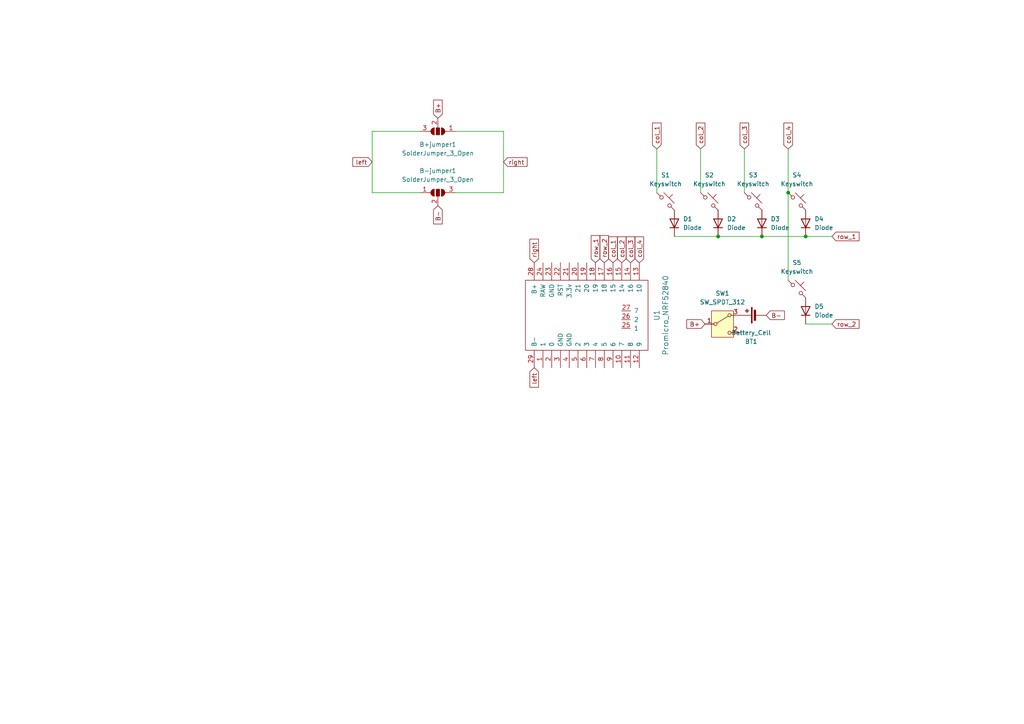
<source format=kicad_sch>
(kicad_sch (version 20250114) (generator "eeschema") (generator_version "9.0")
  (paper "A4")
  (lib_symbols
    (symbol "Device:Battery_Cell" (pin_numbers (hide yes)) (pin_names (offset 0) (hide yes))
      (property "Reference" "BT" (at 2.54 2.54 0))
      (property "Value" "Battery_Cell" (at 2.54 0 0))
      (symbol "Battery_Cell_0_1"
        (rectangle (start -2.286 1.778) (end 2.286 1.524) (fill (type outline)))
        (rectangle (start -1.524 1.016) (end 1.524 0.508) (fill (type outline)))
        (polyline (pts (xy 0 1.778) (xy 0 2.54)))
        (polyline (pts (xy 0 0.762) (xy 0 0)))
        (polyline (pts (xy 0.762 3.048) (xy 1.778 3.048)) (stroke (width 0.254)))
        (polyline (pts (xy 1.27 3.556) (xy 1.27 2.54)) (stroke (width 0.254)))
      )
      (symbol "Battery_Cell_1_1"
        (pin passive line (at 0 5.08 270) (length 2.54) (name "+") (number "1"))
        (pin passive line (at 0 -2.54 90) (length 2.54) (name "-") (number "2"))
      )
    )
    (symbol "Jumper:SolderJumper_3_Open" (pin_names (offset 0) (hide yes)) (in_bom no)
      (property "Reference" "JP" (at -2.54 -2.54 0))
      (property "Value" "SolderJumper_3_Open" (at 0 2.794 0))
      (symbol "SolderJumper_3_Open_0_1"
        (polyline (pts (xy -2.54 0) (xy -2.032 0)))
        (polyline (pts (xy -1.016 1.016) (xy -1.016 -1.016)))
        (arc (start -1.016 -1.016) (mid -2.0276 0) (end -1.016 1.016))
        (arc (start -1.016 -1.016) (mid -2.0276 0) (end -1.016 1.016) (fill (type outline)))
        (rectangle (start -0.508 1.016) (end 0.508 -1.016) (fill (type outline)))
        (polyline (pts (xy 0 -1.27) (xy 0 -1.016)))
        (arc (start 1.016 1.016) (mid 2.0276 0) (end 1.016 -1.016))
        (arc (start 1.016 1.016) (mid 2.0276 0) (end 1.016 -1.016) (fill (type outline)))
        (polyline (pts (xy 1.016 1.016) (xy 1.016 -1.016)))
        (polyline (pts (xy 2.54 0) (xy 2.032 0)))
      )
      (symbol "SolderJumper_3_Open_1_1"
        (pin passive line (at -5.08 0 0) (length 2.54) (name "A") (number "1"))
        (pin passive line (at 0 -3.81 90) (length 2.54) (name "C") (number "2"))
        (pin passive line (at 5.08 0 180) (length 2.54) (name "B") (number "3"))
      )
    )
    (symbol "Lander03xD:MCU_promicro_nrf52840" (pin_names (offset 1.016))
      (property "Reference" "U" (at 0 0 0))
      (property "Value" "Promicro_NRF52840" (at 0 -20.32 0))
      (symbol "MCU_promicro_nrf52840_0_1"
        (rectangle (start -10.16 17.78) (end 10.16 -17.78))
      )
      (symbol "MCU_promicro_nrf52840_1_1"
        (pin input line (at -15.24 15.24 0) (length 5.08) (name "B-") (number "29"))
        (pin input line (at -15.24 12.7 0) (length 5.08) (name "1") (number "1"))
        (pin input line (at -15.24 10.16 0) (length 5.08) (name "0") (number "2"))
        (pin input line (at -15.24 7.62 0) (length 5.08) (name "GND") (number "3"))
        (pin input line (at -15.24 5.08 0) (length 5.08) (name "GND") (number "4"))
        (pin input line (at -15.24 2.54 0) (length 5.08) (name "2") (number "5"))
        (pin input line (at -15.24 0 0) (length 5.08) (name "3") (number "6"))
        (pin input line (at -15.24 -2.54 0) (length 5.08) (name "4") (number "7"))
        (pin input line (at -15.24 -5.08 0) (length 5.08) (name "5") (number "8"))
        (pin input line (at -15.24 -7.62 0) (length 5.08) (name "6") (number "9"))
        (pin input line (at -15.24 -10.16 0) (length 5.08) (name "7") (number "10"))
        (pin input line (at -15.24 -12.7 0) (length 5.08) (name "8") (number "11"))
        (pin input line (at -15.24 -15.24 0) (length 5.08) (name "9") (number "12"))
        (pin input line (at -3.81 -10.16 270) (length 2.5) (name "1") (number "25"))
        (pin input line (at -1.27 -10.16 270) (length 2.5) (name "2") (number "26"))
        (pin input line (at 1.27 -10.16 270) (length 2.5) (name "7") (number "27"))
        (pin input line (at 15.24 15.24 180) (length 5.08) (name "B+") (number "28"))
        (pin input line (at 15.24 12.7 180) (length 5.08) (name "RAW") (number "24"))
        (pin input line (at 15.24 10.16 180) (length 5.08) (name "GND") (number "23"))
        (pin input line (at 15.24 7.62 180) (length 5.08) (name "RST") (number "22"))
        (pin input line (at 15.24 5.08 180) (length 5.08) (name "3.3v") (number "21"))
        (pin input line (at 15.24 2.54 180) (length 5.08) (name "21") (number "20"))
        (pin input line (at 15.24 0 180) (length 5.08) (name "20") (number "19"))
        (pin input line (at 15.24 -2.54 180) (length 5.08) (name "19") (number "18"))
        (pin input line (at 15.24 -5.08 180) (length 5.08) (name "18") (number "17"))
        (pin input line (at 15.24 -7.62 180) (length 5.08) (name "15") (number "16"))
        (pin input line (at 15.24 -10.16 180) (length 5.08) (name "14") (number "15"))
        (pin input line (at 15.24 -12.7 180) (length 5.08) (name "16") (number "14"))
        (pin input line (at 15.24 -15.24 180) (length 5.08) (name "10") (number "13"))
      )
    )
    (symbol "ScottoKeebs:Placeholder_Diode" (pin_numbers (hide yes)) (pin_names (hide yes))
      (property "Reference" "D" (at 0 2.54 0))
      (property "Value" "Diode" (at 0 -2.54 0))
      (symbol "Placeholder_Diode_0_1"
        (polyline (pts (xy -1.27 1.27) (xy -1.27 -1.27)) (stroke (width 0.254)))
        (polyline (pts (xy 1.27 1.27) (xy 1.27 -1.27) (xy -1.27 0) (xy 1.27 1.27)) (stroke (width 0.254)))
        (polyline (pts (xy 1.27 0) (xy -1.27 0)))
      )
      (symbol "Placeholder_Diode_1_1"
        (pin passive line (at -3.81 0 0) (length 2.54) (name "K") (number "1"))
        (pin passive line (at 3.81 0 180) (length 2.54) (name "A") (number "2"))
      )
    )
    (symbol "ScottoKeebs:Placeholder_Keyswitch" (pin_numbers (hide yes)) (pin_names (offset 1.016) (hide yes))
      (property "Reference" "S" (at 3.048 1.016 0))
      (property "Value" "Keyswitch" (at 0 -3.81 0))
      (symbol "Placeholder_Keyswitch_0_1"
        (polyline (pts (xy -2.54 2.54) (xy -1.524 1.524) (xy -1.524 1.524)))
        (circle (center -1.1684 1.1684) (radius 0.508))
        (polyline (pts (xy -0.508 2.54) (xy 2.54 -0.508)))
        (polyline (pts (xy 1.016 1.016) (xy 2.032 2.032)))
        (circle (center 1.143 -1.1938) (radius 0.508))
        (polyline (pts (xy 1.524 -1.524) (xy 2.54 -2.54) (xy 2.54 -2.54) (xy 2.54 -2.54)))
        (pin passive line (at -2.54 2.54 0) (length 0) (name "1") (number "1"))
        (pin passive line (at 2.54 -2.54 180) (length 0) (name "2") (number "2"))
      )
    )
    (symbol "Switch:SW_SPDT_312" (pin_names (offset 1) (hide yes))
      (property "Reference" "SW" (at 0 5.08 0))
      (property "Value" "SW_SPDT_312" (at 0 -5.08 0))
      (symbol "SW_SPDT_312_0_1"
        (circle (center -2.032 0) (radius 0.4572))
        (polyline (pts (xy -1.651 0.254) (xy 1.651 2.286)))
        (circle (center 2.032 2.54) (radius 0.4572))
        (circle (center 2.032 -2.54) (radius 0.4572))
      )
      (symbol "SW_SPDT_312_1_1"
        (rectangle (start -3.175 3.81) (end 3.175 -3.81) (fill (type background)))
        (pin passive line (at -5.08 0 0) (length 2.54) (name "B") (number "1"))
        (pin passive line (at 5.08 2.54 180) (length 2.54) (name "A") (number "3"))
        (pin passive line (at 5.08 -2.54 180) (length 2.54) (name "C") (number "2"))
      )
    )
  )
  (junction (at 233.68 68.58))
  (junction (at 220.98 68.58))
  (junction (at 228.6 55.88))
  (junction (at 208.28 68.58))
  (wire (pts (xy 146.05 55.88) (xy 132.08 55.88)))
  (wire (pts (xy 208.28 68.58) (xy 220.98 68.58)))
  (wire (pts (xy 203.2 43.18) (xy 203.2 55.88)))
  (wire (pts (xy 228.6 43.18) (xy 228.6 55.88)))
  (wire (pts (xy 146.05 55.88) (xy 146.05 38.1)))
  (wire (pts (xy 220.98 68.58) (xy 233.68 68.58)))
  (wire (pts (xy 233.68 68.58) (xy 241.3 68.58)))
  (wire (pts (xy 195.58 68.58) (xy 208.28 68.58)))
  (wire (pts (xy 228.6 55.88) (xy 228.6 81.28)))
  (wire (pts (xy 233.68 93.98) (xy 241.3 93.98)))
  (wire (pts (xy 132.08 38.1) (xy 146.05 38.1)))
  (wire (pts (xy 215.9 43.18) (xy 215.9 55.88)))
  (wire (pts (xy 107.95 38.1) (xy 121.92 38.1)))
  (wire (pts (xy 121.92 55.88) (xy 107.95 55.88)))
  (wire (pts (xy 107.95 38.1) (xy 107.95 55.88)))
  (wire (pts (xy 190.5 43.18) (xy 190.5 55.88)))
  (global_label "col_4" (shape input) (at 228.6 43.18 90) (property "Intersheetrefs" "${INTERSHEET_REFS}" (effects (hide yes))))
  (global_label "left" (shape input) (at 107.95 46.99 180) (property "Intersheetrefs" "${INTERSHEET_REFS}" (effects (hide yes))))
  (global_label "B-" (shape input) (at 127 59.69 270) (property "Intersheetrefs" "${INTERSHEET_REFS}" (effects (hide yes))))
  (global_label "B-" (shape input) (at 222.25 91.44 0) (property "Intersheetrefs" "${INTERSHEET_REFS}" (effects (hide yes))))
  (global_label "right" (shape input) (at 154.94 76.2 90) (property "Intersheetrefs" "${INTERSHEET_REFS}" (effects (hide yes))))
  (global_label "col_3" (shape input) (at 215.9 43.18 90) (property "Intersheetrefs" "${INTERSHEET_REFS}" (effects (hide yes))))
  (global_label "col_1" (shape input) (at 190.5 43.18 90) (property "Intersheetrefs" "${INTERSHEET_REFS}" (effects (hide yes))))
  (global_label "B+" (shape input) (at 127 34.29 90) (property "Intersheetrefs" "${INTERSHEET_REFS}" (effects (hide yes))))
  (global_label "col_2" (shape input) (at 203.2 43.18 90) (property "Intersheetrefs" "${INTERSHEET_REFS}" (effects (hide yes))))
  (global_label "row_2" (shape input) (at 241.3 93.98 0) (property "Intersheetrefs" "${INTERSHEET_REFS}" (effects (hide yes))))
  (global_label "row_2" (shape input) (at 175.26 76.2 90) (property "Intersheetrefs" "${INTERSHEET_REFS}" (effects (hide yes))))
  (global_label "left" (shape input) (at 154.94 106.68 270) (property "Intersheetrefs" "${INTERSHEET_REFS}" (effects (hide yes))))
  (global_label "row_1" (shape input) (at 241.3 68.58 0) (property "Intersheetrefs" "${INTERSHEET_REFS}" (effects (hide yes))))
  (global_label "col_1" (shape input) (at 177.8 76.2 90) (property "Intersheetrefs" "${INTERSHEET_REFS}" (effects (hide yes))))
  (global_label "col_4" (shape input) (at 185.42 76.2 90) (property "Intersheetrefs" "${INTERSHEET_REFS}" (effects (hide yes))))
  (global_label "right" (shape input) (at 146.05 46.99 0) (property "Intersheetrefs" "${INTERSHEET_REFS}" (effects (hide yes))))
  (global_label "col_3" (shape input) (at 182.88 76.2 90) (property "Intersheetrefs" "${INTERSHEET_REFS}" (effects (hide yes))))
  (global_label "B+" (shape input) (at 204.47 93.98 180) (property "Intersheetrefs" "${INTERSHEET_REFS}" (effects (hide yes))))
  (global_label "col_2" (shape input) (at 180.34 76.2 90) (property "Intersheetrefs" "${INTERSHEET_REFS}" (effects (hide yes))))
  (global_label "row_1" (shape input) (at 172.72 76.2 90) (property "Intersheetrefs" "${INTERSHEET_REFS}" (effects (hide yes))))
  (symbol (lib_id "ScottoKeebs:Placeholder_Diode") (at 195.58 64.77 90) (unit 1)
    (property "Reference" "D1" (at 198.12 63.4999 90) (effects (justify right)))
    (property "Value" "Diode" (at 198.12 66.0399 90) (effects (justify right)))
    (property "Footprint" "ScottoKeebs_Components:Diode_DO-35" (effects (hide yes)))
    (property "Description" "1N4148 (DO-35) or 1N4148W (SOD-123)" (effects (hide yes)))
    (property "Sim.Device" "D" (effects (hide yes)))
    (property "Sim.Pins" "1=K 2=A" (effects (hide yes)))
  )
  (symbol (lib_id "Device:Battery_Cell") (at 219.71 91.44 90) (unit 1)
    (property "Reference" "BT1" (at 217.8685 99.06 90))
    (property "Value" "Battery_Cell" (at 217.8685 96.52 90))
    (property "Footprint" "lander03xD:SbM-9202_14250_battery_holder" (effects (hide yes)))
    (property "Description" "Single-cell battery" (effects (hide yes)))
  )
  (symbol (lib_id "ScottoKeebs:Placeholder_Keyswitch") (at 193.04 58.42 0) (unit 1)
    (property "Reference" "S1" (at 193.04 50.8 0))
    (property "Value" "Keyswitch" (at 193.04 53.34 0))
    (property "Footprint" "lander03xD:Hotswap_MX_1.00u_reversible_18.5mm" (effects (hide yes)))
    (property "Description" "Push button switch, normally open, two pins, 45° tilted" (effects (hide yes)))
  )
  (symbol (lib_id "ScottoKeebs:Placeholder_Diode") (at 233.68 64.77 90) (unit 1)
    (property "Reference" "D4" (at 236.22 63.4999 90) (effects (justify right)))
    (property "Value" "Diode" (at 236.22 66.0399 90) (effects (justify right)))
    (property "Footprint" "ScottoKeebs_Components:Diode_DO-35" (effects (hide yes)))
    (property "Description" "1N4148 (DO-35) or 1N4148W (SOD-123)" (effects (hide yes)))
    (property "Sim.Device" "D" (effects (hide yes)))
    (property "Sim.Pins" "1=K 2=A" (effects (hide yes)))
  )
  (symbol (lib_id "ScottoKeebs:Placeholder_Keyswitch") (at 231.14 58.42 0) (unit 1)
    (property "Reference" "S4" (at 231.14 50.8 0))
    (property "Value" "Keyswitch" (at 231.14 53.34 0))
    (property "Footprint" "lander03xD:Hotswap_MX_1.00u_reversible_18.5mm" (effects (hide yes)))
    (property "Description" "Push button switch, normally open, two pins, 45° tilted" (effects (hide yes)))
  )
  (symbol (lib_id "Jumper:SolderJumper_3_Open") (at 127 38.1 180) (unit 1) (in_bom no)
    (property "Reference" "B+jumper1" (at 127 41.91 0))
    (property "Value" "SolderJumper_3_Open" (at 127 44.45 0))
    (property "Footprint" "Jumper:SolderJumper-3_P2.0mm_Open_TrianglePad1.0x1.5mm" (effects (hide yes)))
    (property "Description" "Solder Jumper, 3-pole, open" (effects (hide yes)))
  )
  (symbol (lib_id "Jumper:SolderJumper_3_Open") (at 127 55.88 0) (unit 1) (in_bom no)
    (property "Reference" "B-jumper1" (at 127 49.53 0))
    (property "Value" "SolderJumper_3_Open" (at 127 52.07 0))
    (property "Footprint" "Jumper:SolderJumper-3_P2.0mm_Open_TrianglePad1.0x1.5mm" (effects (hide yes)))
    (property "Description" "Solder Jumper, 3-pole, open" (effects (hide yes)))
  )
  (symbol (lib_id "ScottoKeebs:Placeholder_Diode") (at 208.28 64.77 90) (unit 1)
    (property "Reference" "D2" (at 210.82 63.4999 90) (effects (justify right)))
    (property "Value" "Diode" (at 210.82 66.0399 90) (effects (justify right)))
    (property "Footprint" "ScottoKeebs_Components:Diode_DO-35" (effects (hide yes)))
    (property "Description" "1N4148 (DO-35) or 1N4148W (SOD-123)" (effects (hide yes)))
    (property "Sim.Device" "D" (effects (hide yes)))
    (property "Sim.Pins" "1=K 2=A" (effects (hide yes)))
  )
  (symbol (lib_id "Lander03xD:MCU_promicro_nrf52840") (at 170.18 91.44 90) (unit 1)
    (property "Reference" "U1" (at 190.5 91.44 0) (effects (font (size 1.524 1.524))))
    (property "Value" "Promicro_NRF52840" (at 193.04 91.44 0) (effects (font (size 1.524 1.524))))
    (property "Footprint" "lander03xD:Promicro_nrf52840" (effects (hide yes)))
  )
  (symbol (lib_id "ScottoKeebs:Placeholder_Keyswitch") (at 218.44 58.42 0) (unit 1)
    (property "Reference" "S3" (at 218.44 50.8 0))
    (property "Value" "Keyswitch" (at 218.44 53.34 0))
    (property "Footprint" "lander03xD:Hotswap_MX_1.00u_reversible_18.5mm" (effects (hide yes)))
    (property "Description" "Push button switch, normally open, two pins, 45° tilted" (effects (hide yes)))
  )
  (symbol (lib_id "ScottoKeebs:Placeholder_Keyswitch") (at 231.14 83.82 0) (unit 1)
    (property "Reference" "S5" (at 231.14 76.2 0))
    (property "Value" "Keyswitch" (at 231.14 78.74 0))
    (property "Footprint" "lander03xD:Hotswap_MX_1.00u_reversible_18.5mm" (effects (hide yes)))
    (property "Description" "Push button switch, normally open, two pins, 45° tilted" (effects (hide yes)))
  )
  (symbol (lib_id "ScottoKeebs:Placeholder_Diode") (at 233.68 90.17 90) (unit 1)
    (property "Reference" "D5" (at 236.22 88.8999 90) (effects (justify right)))
    (property "Value" "Diode" (at 236.22 91.4399 90) (effects (justify right)))
    (property "Footprint" "ScottoKeebs_Components:Diode_DO-35" (effects (hide yes)))
    (property "Description" "1N4148 (DO-35) or 1N4148W (SOD-123)" (effects (hide yes)))
    (property "Sim.Device" "D" (effects (hide yes)))
    (property "Sim.Pins" "1=K 2=A" (effects (hide yes)))
  )
  (symbol (lib_id "ScottoKeebs:Placeholder_Diode") (at 220.98 64.77 90) (unit 1)
    (property "Reference" "D3" (at 223.52 63.4999 90) (effects (justify right)))
    (property "Value" "Diode" (at 223.52 66.0399 90) (effects (justify right)))
    (property "Footprint" "ScottoKeebs_Components:Diode_DO-35" (effects (hide yes)))
    (property "Description" "1N4148 (DO-35) or 1N4148W (SOD-123)" (effects (hide yes)))
    (property "Sim.Device" "D" (effects (hide yes)))
    (property "Sim.Pins" "1=K 2=A" (effects (hide yes)))
  )
  (symbol (lib_id "ScottoKeebs:Placeholder_Keyswitch") (at 205.74 58.42 0) (unit 1)
    (property "Reference" "S2" (at 205.74 50.8 0))
    (property "Value" "Keyswitch" (at 205.74 53.34 0))
    (property "Footprint" "lander03xD:Hotswap_MX_1.00u_reversible_18.5mm" (effects (hide yes)))
    (property "Description" "Push button switch, normally open, two pins, 45° tilted" (effects (hide yes)))
  )
  (symbol (lib_id "Switch:SW_SPDT_312") (at 209.55 93.98 0) (unit 1)
    (property "Reference" "SW1" (at 209.55 85.09 0))
    (property "Value" "SW_SPDT_312" (at 209.55 87.63 0))
    (property "Footprint" "lander03xD:SW_Vertical_Slide_5mm" (effects (hide yes)))
    (property "Description" "Switch, single pole double throw" (effects (hide yes)))
  )
)
</source>
